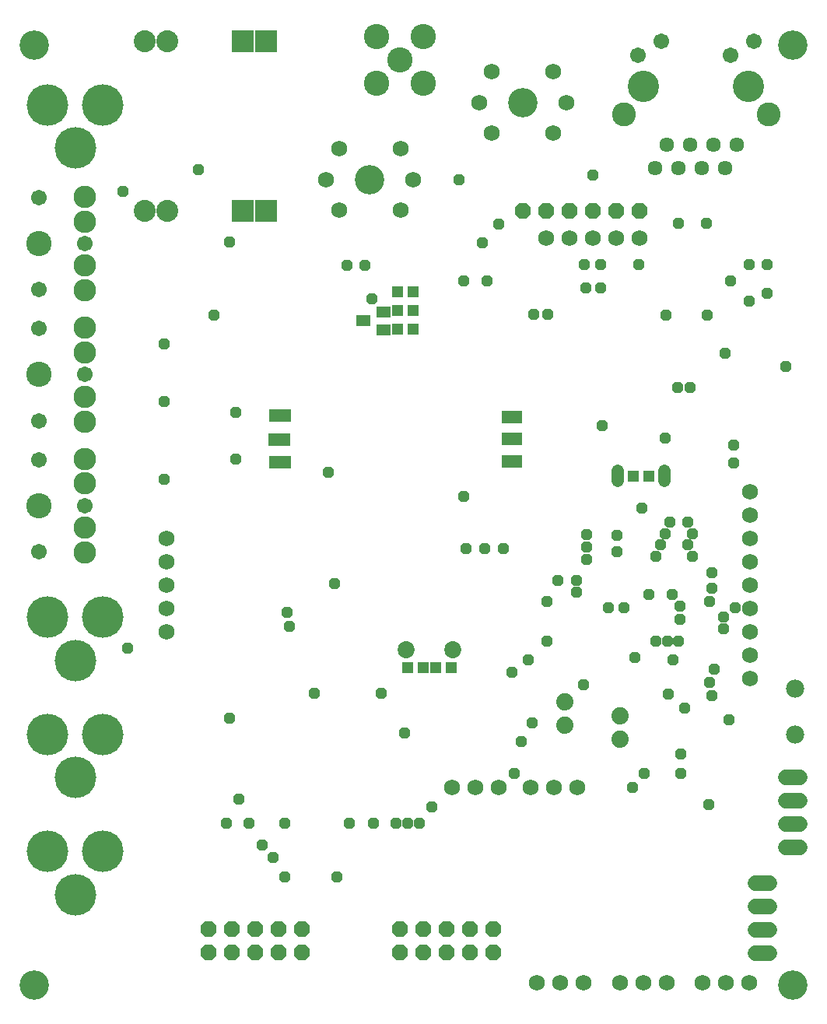
<source format=gbs>
G75*
G70*
%OFA0B0*%
%FSLAX24Y24*%
%IPPOS*%
%LPD*%
%AMOC8*
5,1,8,0,0,1.08239X$1,22.5*
%
%ADD10C,0.1261*%
%ADD11R,0.0513X0.0474*%
%ADD12C,0.0674*%
%ADD13C,0.1025*%
%ADD14C,0.0634*%
%ADD15C,0.1340*%
%ADD16C,0.0520*%
%ADD17R,0.0474X0.0513*%
%ADD18R,0.0631X0.0474*%
%ADD19R,0.0946X0.0552*%
%ADD20R,0.0867X0.0552*%
%ADD21C,0.0940*%
%ADD22R,0.0940X0.0940*%
%ADD23C,0.1080*%
%ADD24C,0.0740*%
%ADD25C,0.0730*%
%ADD26C,0.0680*%
%ADD27C,0.1780*%
%ADD28C,0.0966*%
%ADD29C,0.0671*%
%ADD30OC8,0.0680*%
%ADD31C,0.0680*%
%ADD32C,0.0780*%
%ADD33OC8,0.0476*%
D10*
X002961Y003098D03*
X017331Y037596D03*
X023876Y040894D03*
X035441Y043354D03*
X002961Y043354D03*
X035441Y003098D03*
D11*
X020815Y016681D03*
X020146Y016681D03*
X019634Y016681D03*
X018965Y016681D03*
D12*
X028817Y042913D03*
X029817Y043512D03*
X032797Y042913D03*
X033797Y043512D03*
D13*
X034407Y040382D03*
X028207Y040382D03*
D14*
X030057Y039083D03*
X029557Y038083D03*
X030557Y038083D03*
X031057Y039083D03*
X032057Y039083D03*
X033057Y039083D03*
X032557Y038083D03*
X031557Y038083D03*
D15*
X033557Y041583D03*
X029057Y041583D03*
D16*
X029945Y025120D02*
X029945Y024680D01*
X027945Y024680D02*
X027945Y025120D01*
D17*
X028610Y024900D03*
X029280Y024900D03*
X019191Y031199D03*
X019191Y031986D03*
X018522Y031986D03*
X018522Y031199D03*
X018522Y032774D03*
X019191Y032774D03*
D18*
X017911Y031917D03*
X017911Y031169D03*
X017045Y031543D03*
D19*
X013472Y027484D03*
X013457Y026461D03*
X013472Y025496D03*
D20*
X023413Y025528D03*
X023421Y026488D03*
X023421Y027417D03*
D21*
X008669Y036248D03*
X007685Y036248D03*
X007685Y043531D03*
X008669Y043531D03*
D22*
X011898Y043531D03*
X012882Y043531D03*
X012882Y036248D03*
X011898Y036248D03*
D23*
X017610Y041715D03*
X018610Y042715D03*
X019610Y043715D03*
X019610Y041715D03*
X017610Y043715D03*
X003138Y034850D03*
X003138Y029240D03*
X003138Y023630D03*
D24*
X025697Y015213D03*
X025697Y014213D03*
X028059Y014622D03*
X028059Y013622D03*
D25*
X020890Y017469D03*
X018890Y017469D03*
D26*
X020858Y011563D03*
X021858Y011563D03*
X022858Y011563D03*
X024205Y011563D03*
X025205Y011563D03*
X026205Y011563D03*
X026500Y003197D03*
X025500Y003197D03*
X024500Y003197D03*
X028043Y003197D03*
X029043Y003197D03*
X030043Y003197D03*
X031587Y003197D03*
X032587Y003197D03*
X033587Y003197D03*
X033610Y016224D03*
X033610Y017224D03*
X033610Y018224D03*
X033610Y019224D03*
X033610Y020224D03*
X033610Y021224D03*
X033610Y022224D03*
X033610Y023224D03*
X033610Y024224D03*
X028878Y035087D03*
X027878Y035087D03*
X026878Y035087D03*
X025878Y035087D03*
X024878Y035087D03*
X025195Y039575D03*
X025746Y040894D03*
X025195Y042213D03*
X022557Y042213D03*
X022006Y040894D03*
X022557Y039575D03*
X019201Y037596D03*
X018650Y036278D03*
X018650Y038915D03*
X016012Y038915D03*
X015461Y037596D03*
X016012Y036278D03*
X008626Y022224D03*
X008626Y021224D03*
X008626Y020224D03*
X008626Y019224D03*
X008626Y018224D03*
D27*
X005894Y018846D03*
X004713Y016996D03*
X003531Y018846D03*
X003531Y013827D03*
X004713Y011976D03*
X005894Y013827D03*
X005894Y008807D03*
X004713Y006957D03*
X003531Y008807D03*
X004713Y038945D03*
X005894Y040795D03*
X003531Y040795D03*
D28*
X005106Y036858D03*
X005106Y035795D03*
X005106Y033906D03*
X005106Y032843D03*
X005106Y031248D03*
X005106Y030185D03*
X005106Y028295D03*
X005106Y027232D03*
X005106Y025638D03*
X005106Y024575D03*
X005106Y022685D03*
X005106Y021622D03*
D29*
X003138Y021661D03*
X005106Y023630D03*
X003138Y025598D03*
X003138Y027272D03*
X005106Y029240D03*
X003138Y031209D03*
X003138Y032882D03*
X005106Y034850D03*
X003138Y036819D03*
D30*
X023886Y036268D03*
X024886Y036268D03*
X025886Y036268D03*
X026886Y036268D03*
X027886Y036268D03*
X028886Y036268D03*
X022628Y005500D03*
X022628Y004500D03*
X021628Y004500D03*
X021628Y005500D03*
X020628Y005500D03*
X020628Y004500D03*
X019628Y004500D03*
X019628Y005500D03*
X018628Y005500D03*
X018628Y004500D03*
X014409Y004500D03*
X013409Y004500D03*
X013409Y005500D03*
X014409Y005500D03*
X012409Y005500D03*
X011409Y005500D03*
X011409Y004500D03*
X012409Y004500D03*
X010409Y004500D03*
X010409Y005500D03*
D31*
X033861Y005453D02*
X034461Y005453D01*
X034461Y006453D02*
X033861Y006453D01*
X033861Y007453D02*
X034461Y007453D01*
X035141Y008980D02*
X035741Y008980D01*
X035741Y009980D02*
X035141Y009980D01*
X035141Y010980D02*
X035741Y010980D01*
X035741Y011980D02*
X035141Y011980D01*
X034461Y004453D02*
X033861Y004453D01*
D32*
X035539Y013827D03*
X035539Y015795D03*
D33*
X032734Y014467D03*
X031996Y015500D03*
X031898Y016041D03*
X032094Y016632D03*
X032488Y018354D03*
X032488Y018846D03*
X032980Y019240D03*
X031898Y019535D03*
X031996Y020077D03*
X031996Y020766D03*
X031159Y021455D03*
X030963Y021947D03*
X031159Y022439D03*
X030963Y022931D03*
X030175Y022931D03*
X029978Y022439D03*
X029781Y021947D03*
X029585Y021455D03*
X029289Y019831D03*
X030274Y019831D03*
X030618Y019339D03*
X030618Y018748D03*
X030569Y017813D03*
X030077Y017813D03*
X029585Y017813D03*
X030323Y017026D03*
X030126Y015549D03*
X030815Y014959D03*
X030667Y012990D03*
X030667Y012154D03*
X031848Y010825D03*
X029093Y012154D03*
X028600Y011563D03*
X026484Y015943D03*
X024909Y017813D03*
X024122Y017026D03*
X023433Y016484D03*
X024270Y014319D03*
X023827Y013531D03*
X023531Y012154D03*
X019988Y010726D03*
X019447Y010037D03*
X018955Y010037D03*
X018463Y010037D03*
X017478Y010037D03*
X016445Y010037D03*
X015904Y007724D03*
X013689Y007724D03*
X013197Y008561D03*
X012705Y009102D03*
X012163Y010037D03*
X011720Y011071D03*
X011179Y010037D03*
X013689Y010037D03*
X011327Y014516D03*
X014969Y015598D03*
X013886Y018453D03*
X013787Y019043D03*
X015805Y020274D03*
X017823Y015598D03*
X018807Y013876D03*
X024909Y019535D03*
X025402Y020421D03*
X026189Y020421D03*
X026189Y019929D03*
X026632Y021307D03*
X026632Y021848D03*
X026632Y022390D03*
X027911Y022341D03*
X027911Y021652D03*
X028994Y023522D03*
X029978Y026524D03*
X030520Y028689D03*
X031061Y028689D03*
X032537Y030165D03*
X031799Y031789D03*
X032783Y033266D03*
X033571Y033955D03*
X034358Y033955D03*
X034358Y032724D03*
X033571Y032380D03*
X035146Y029575D03*
X032931Y026228D03*
X032931Y025441D03*
X028207Y019240D03*
X027567Y019240D03*
X028699Y017124D03*
X023039Y021799D03*
X022252Y021799D03*
X021465Y021799D03*
X021366Y024014D03*
X023581Y027409D03*
X027272Y027065D03*
X024959Y031839D03*
X024368Y031839D03*
X022350Y033266D03*
X021366Y033266D03*
X022154Y034890D03*
X022843Y035677D03*
X021169Y037596D03*
X017134Y033906D03*
X016346Y033906D03*
X017429Y032478D03*
X018512Y031199D03*
X015559Y025047D03*
X011573Y025638D03*
X011573Y027606D03*
X008522Y028098D03*
X008522Y030559D03*
X010638Y031789D03*
X011327Y034939D03*
X009998Y038039D03*
X006750Y037104D03*
X008522Y024752D03*
X006947Y017518D03*
X026583Y032970D03*
X027222Y032970D03*
X027222Y033955D03*
X026533Y033955D03*
X028846Y033955D03*
X030028Y031789D03*
X030569Y035726D03*
X031750Y035726D03*
X026878Y037793D03*
M02*

</source>
